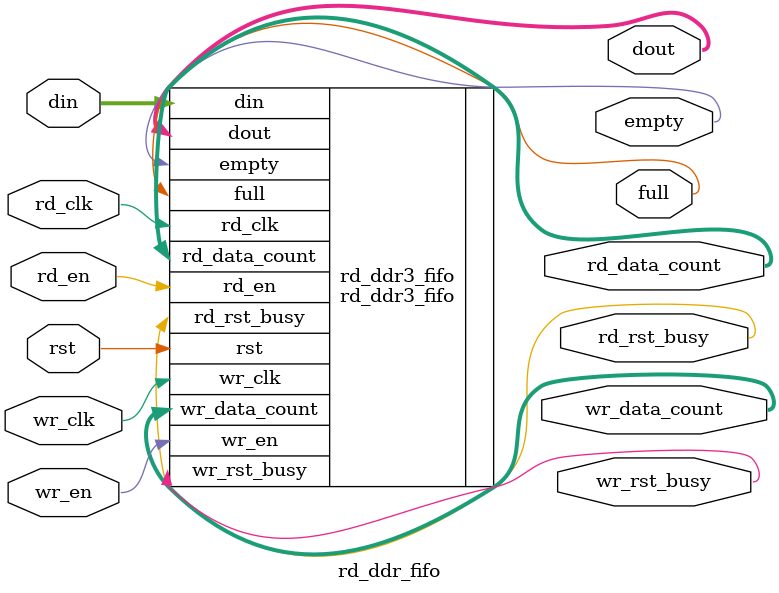
<source format=v>
`timescale 1ns / 1ps


module rd_ddr_fifo(
    input rst,           
    input wr_clk,        
    input rd_clk,        
    input [127:0] din,           
    input wr_en,         
    input rd_en,         
    output [15 : 0] dout,         
    output full,         
    output empty,        
    output [8 : 0] rd_data_count,
    output [5 : 0] wr_data_count,
    output wr_rst_busy,  
    output rd_rst_busy  
  );
  
    rd_ddr3_fifo rd_ddr3_fifo
  (
    .rst           (rst         ), // input  wire rst
    .wr_clk        (wr_clk        ), // input  wire wr_clk
    .rd_clk        (rd_clk             ), // input  wire rd_clk
    .din           (din         ), // input  wire [15 : 0] din
    .wr_en         (wr_en        ), // input  wire wr_en
    .rd_en         (rd_en        ), // input  wire rd_en
    .dout          (dout        ), // output wire [127 : 0] dout
    .full          (full                   ), // output wire full
    .empty         (empty       ), // output wire empty
    .rd_data_count (rd_data_count      ), // output wire [5 : 0] rd_data_count
    .wr_data_count (wr_data_count                   ), // output wire [8 : 0] wr_data_count
    .wr_rst_busy   (wr_rst_busy ), // output wire wr_rst_busy
    .rd_rst_busy   (rd_rst_busy )  // output wire rd_rst_busy
  );

endmodule

</source>
